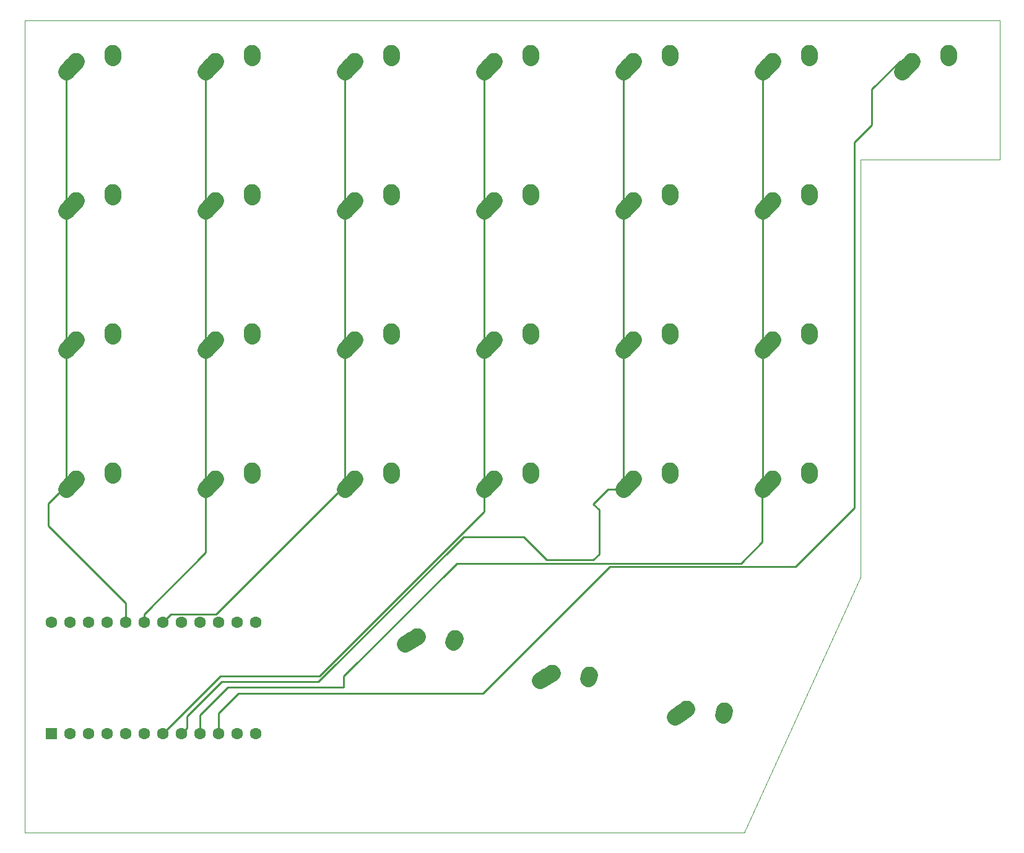
<source format=gbr>
G04 #@! TF.GenerationSoftware,KiCad,Pcbnew,(5.1.4)-1*
G04 #@! TF.CreationDate,2022-03-13T19:48:58-07:00*
G04 #@! TF.ProjectId,Dweebs-Macro-Mini,44776565-6273-42d4-9d61-63726f2d4d69,rev?*
G04 #@! TF.SameCoordinates,Original*
G04 #@! TF.FileFunction,Copper,L1,Top*
G04 #@! TF.FilePolarity,Positive*
%FSLAX46Y46*%
G04 Gerber Fmt 4.6, Leading zero omitted, Abs format (unit mm)*
G04 Created by KiCad (PCBNEW (5.1.4)-1) date 2022-03-13 19:48:58*
%MOMM*%
%LPD*%
G04 APERTURE LIST*
%ADD10C,0.050000*%
%ADD11C,2.250000*%
%ADD12C,2.250000*%
%ADD13C,1.600000*%
%ADD14R,1.600000X1.600000*%
%ADD15C,0.250000*%
G04 APERTURE END LIST*
D10*
X188118750Y-58737500D02*
X188118750Y-115887500D01*
X207168750Y-58737500D02*
X188118750Y-58737500D01*
X207168750Y-39687500D02*
X207168750Y-58737500D01*
X73818750Y-39687500D02*
X207168750Y-39687500D01*
X73818750Y-150812500D02*
X73818750Y-39687500D01*
X172243750Y-150812500D02*
X73818750Y-150812500D01*
X188118750Y-115887500D02*
X172243750Y-150812500D01*
D11*
X80843750Y-102362500D03*
X80188751Y-103092500D03*
D12*
X79533750Y-103822500D02*
X80843752Y-102362500D01*
D11*
X85883750Y-101282500D03*
X85863750Y-101572500D03*
D12*
X85843750Y-101862500D02*
X85883750Y-101282500D01*
D11*
X164355462Y-133919249D03*
X163533843Y-134454849D03*
D12*
X162712223Y-134990448D02*
X164355463Y-133919250D01*
D11*
X169503252Y-134180497D03*
X169408876Y-134455439D03*
D12*
X169314500Y-134730381D02*
X169503252Y-134180497D01*
D11*
X145940462Y-128966249D03*
X145118843Y-129501849D03*
D12*
X144297223Y-130037448D02*
X145940463Y-128966250D01*
D11*
X151088252Y-129227497D03*
X150993876Y-129502439D03*
D12*
X150899500Y-129777381D02*
X151088252Y-129227497D01*
D11*
X127510462Y-123959249D03*
X126688843Y-124494849D03*
D12*
X125867223Y-125030448D02*
X127510463Y-123959250D01*
D11*
X132658252Y-124220497D03*
X132563876Y-124495439D03*
D12*
X132469500Y-124770381D02*
X132658252Y-124220497D01*
D11*
X176093750Y-102362500D03*
X175438751Y-103092500D03*
D12*
X174783750Y-103822500D02*
X176093752Y-102362500D01*
D11*
X181133750Y-101282500D03*
X181113750Y-101572500D03*
D12*
X181093750Y-101862500D02*
X181133750Y-101282500D01*
D11*
X157043750Y-102362500D03*
X156388751Y-103092500D03*
D12*
X155733750Y-103822500D02*
X157043752Y-102362500D01*
D11*
X162083750Y-101282500D03*
X162063750Y-101572500D03*
D12*
X162043750Y-101862500D02*
X162083750Y-101282500D01*
D11*
X137993750Y-102362500D03*
X137338751Y-103092500D03*
D12*
X136683750Y-103822500D02*
X137993752Y-102362500D01*
D11*
X143033750Y-101282500D03*
X143013750Y-101572500D03*
D12*
X142993750Y-101862500D02*
X143033750Y-101282500D01*
D11*
X118943750Y-102362500D03*
X118288751Y-103092500D03*
D12*
X117633750Y-103822500D02*
X118943752Y-102362500D01*
D11*
X123983750Y-101282500D03*
X123963750Y-101572500D03*
D12*
X123943750Y-101862500D02*
X123983750Y-101282500D01*
D11*
X99893750Y-102362500D03*
X99238751Y-103092500D03*
D12*
X98583750Y-103822500D02*
X99893752Y-102362500D01*
D11*
X104933750Y-101282500D03*
X104913750Y-101572500D03*
D12*
X104893750Y-101862500D02*
X104933750Y-101282500D01*
D11*
X176093750Y-83312500D03*
X175438751Y-84042500D03*
D12*
X174783750Y-84772500D02*
X176093752Y-83312500D01*
D11*
X181133750Y-82232500D03*
X181113750Y-82522500D03*
D12*
X181093750Y-82812500D02*
X181133750Y-82232500D01*
D11*
X157043750Y-83312500D03*
X156388751Y-84042500D03*
D12*
X155733750Y-84772500D02*
X157043752Y-83312500D01*
D11*
X162083750Y-82232500D03*
X162063750Y-82522500D03*
D12*
X162043750Y-82812500D02*
X162083750Y-82232500D01*
D11*
X137993750Y-83312500D03*
X137338751Y-84042500D03*
D12*
X136683750Y-84772500D02*
X137993752Y-83312500D01*
D11*
X143033750Y-82232500D03*
X143013750Y-82522500D03*
D12*
X142993750Y-82812500D02*
X143033750Y-82232500D01*
D11*
X118943750Y-83312500D03*
X118288751Y-84042500D03*
D12*
X117633750Y-84772500D02*
X118943752Y-83312500D01*
D11*
X123983750Y-82232500D03*
X123963750Y-82522500D03*
D12*
X123943750Y-82812500D02*
X123983750Y-82232500D01*
D11*
X99893750Y-83312500D03*
X99238751Y-84042500D03*
D12*
X98583750Y-84772500D02*
X99893752Y-83312500D01*
D11*
X104933750Y-82232500D03*
X104913750Y-82522500D03*
D12*
X104893750Y-82812500D02*
X104933750Y-82232500D01*
D11*
X80843750Y-83312500D03*
X80188751Y-84042500D03*
D12*
X79533750Y-84772500D02*
X80843752Y-83312500D01*
D11*
X85883750Y-82232500D03*
X85863750Y-82522500D03*
D12*
X85843750Y-82812500D02*
X85883750Y-82232500D01*
D11*
X176093750Y-64262500D03*
X175438751Y-64992500D03*
D12*
X174783750Y-65722500D02*
X176093752Y-64262500D01*
D11*
X181133750Y-63182500D03*
X181113750Y-63472500D03*
D12*
X181093750Y-63762500D02*
X181133750Y-63182500D01*
D11*
X157043750Y-64262500D03*
X156388751Y-64992500D03*
D12*
X155733750Y-65722500D02*
X157043752Y-64262500D01*
D11*
X162083750Y-63182500D03*
X162063750Y-63472500D03*
D12*
X162043750Y-63762500D02*
X162083750Y-63182500D01*
D11*
X137993750Y-64262500D03*
X137338751Y-64992500D03*
D12*
X136683750Y-65722500D02*
X137993752Y-64262500D01*
D11*
X143033750Y-63182500D03*
X143013750Y-63472500D03*
D12*
X142993750Y-63762500D02*
X143033750Y-63182500D01*
D11*
X118943750Y-64262500D03*
X118288751Y-64992500D03*
D12*
X117633750Y-65722500D02*
X118943752Y-64262500D01*
D11*
X123983750Y-63182500D03*
X123963750Y-63472500D03*
D12*
X123943750Y-63762500D02*
X123983750Y-63182500D01*
D11*
X99893750Y-64262500D03*
X99238751Y-64992500D03*
D12*
X98583750Y-65722500D02*
X99893752Y-64262500D01*
D11*
X104933750Y-63182500D03*
X104913750Y-63472500D03*
D12*
X104893750Y-63762500D02*
X104933750Y-63182500D01*
D11*
X80843750Y-64262500D03*
X80188751Y-64992500D03*
D12*
X79533750Y-65722500D02*
X80843752Y-64262500D01*
D11*
X85883750Y-63182500D03*
X85863750Y-63472500D03*
D12*
X85843750Y-63762500D02*
X85883750Y-63182500D01*
D11*
X195143750Y-45212500D03*
X194488751Y-45942500D03*
D12*
X193833750Y-46672500D02*
X195143752Y-45212500D01*
D11*
X200183750Y-44132500D03*
X200163750Y-44422500D03*
D12*
X200143750Y-44712500D02*
X200183750Y-44132500D01*
D11*
X176093750Y-45212500D03*
X175438751Y-45942500D03*
D12*
X174783750Y-46672500D02*
X176093752Y-45212500D01*
D11*
X181133750Y-44132500D03*
X181113750Y-44422500D03*
D12*
X181093750Y-44712500D02*
X181133750Y-44132500D01*
D11*
X157043750Y-45212500D03*
X156388751Y-45942500D03*
D12*
X155733750Y-46672500D02*
X157043752Y-45212500D01*
D11*
X162083750Y-44132500D03*
X162063750Y-44422500D03*
D12*
X162043750Y-44712500D02*
X162083750Y-44132500D01*
D11*
X137993750Y-45212500D03*
X137338751Y-45942500D03*
D12*
X136683750Y-46672500D02*
X137993752Y-45212500D01*
D11*
X143033750Y-44132500D03*
X143013750Y-44422500D03*
D12*
X142993750Y-44712500D02*
X143033750Y-44132500D01*
D11*
X118943750Y-45212500D03*
X118288751Y-45942500D03*
D12*
X117633750Y-46672500D02*
X118943752Y-45212500D01*
D11*
X123983750Y-44132500D03*
X123963750Y-44422500D03*
D12*
X123943750Y-44712500D02*
X123983750Y-44132500D01*
D11*
X99893750Y-45212500D03*
X99238751Y-45942500D03*
D12*
X98583750Y-46672500D02*
X99893752Y-45212500D01*
D11*
X104933750Y-44132500D03*
X104913750Y-44422500D03*
D12*
X104893750Y-44712500D02*
X104933750Y-44132500D01*
D11*
X80843750Y-45212500D03*
X80188751Y-45942500D03*
D12*
X79533750Y-46672500D02*
X80843752Y-45212500D01*
D11*
X85883750Y-44132500D03*
X85863750Y-44422500D03*
D12*
X85843750Y-44712500D02*
X85883750Y-44132500D01*
D13*
X77470000Y-122047000D03*
X80010000Y-122047000D03*
X82550000Y-122047000D03*
X85090000Y-122047000D03*
X87630000Y-122047000D03*
X90170000Y-122047000D03*
X92710000Y-122047000D03*
X95250000Y-122047000D03*
X97790000Y-122047000D03*
X100330000Y-122047000D03*
X102870000Y-122047000D03*
X105410000Y-122047000D03*
X105410000Y-137287000D03*
X102870000Y-137287000D03*
X100330000Y-137287000D03*
X97790000Y-137287000D03*
X95250000Y-137287000D03*
X92710000Y-137287000D03*
X90170000Y-137287000D03*
X87630000Y-137287000D03*
X85090000Y-137287000D03*
X82550000Y-137287000D03*
X80010000Y-137287000D03*
D14*
X77470000Y-137287000D03*
D15*
X79533750Y-49718502D02*
X79533750Y-65722500D01*
X79533750Y-46672500D02*
X79533750Y-49718502D01*
X79533750Y-65722500D02*
X79533750Y-84772500D01*
X79533750Y-101052500D02*
X79533750Y-103822500D01*
X79533750Y-84772500D02*
X79533750Y-101052500D01*
X87630000Y-122047000D02*
X87630000Y-119380000D01*
X79027748Y-103822500D02*
X79533750Y-103822500D01*
X77063749Y-105786499D02*
X79027748Y-103822500D01*
X77063749Y-108813749D02*
X77063749Y-105786499D01*
X87630000Y-119380000D02*
X77063749Y-108813749D01*
X98583750Y-62952500D02*
X98583750Y-65722500D01*
X98583750Y-46672500D02*
X98583750Y-62952500D01*
X98583750Y-65722500D02*
X98583750Y-84772500D01*
X98583750Y-101052500D02*
X98583750Y-103822500D01*
X98583750Y-84772500D02*
X98583750Y-101052500D01*
X98583750Y-112501880D02*
X98583750Y-103822500D01*
X90170000Y-120915630D02*
X98583750Y-112501880D01*
X90170000Y-122047000D02*
X90170000Y-120915630D01*
X117633750Y-46672500D02*
X117633750Y-65722500D01*
X117633750Y-65722500D02*
X117633750Y-84772500D01*
X117633750Y-84772500D02*
X117633750Y-103822500D01*
X117127748Y-103822500D02*
X117633750Y-103822500D01*
X100028249Y-120921999D02*
X117127748Y-103822500D01*
X93835001Y-120921999D02*
X100028249Y-120921999D01*
X92710000Y-122047000D02*
X93835001Y-120921999D01*
X136683750Y-46672500D02*
X136683750Y-65722500D01*
X136683750Y-65722500D02*
X136683750Y-84772500D01*
X136683750Y-101052500D02*
X136683750Y-103822500D01*
X136683750Y-84772500D02*
X136683750Y-101052500D01*
X92710000Y-137287000D02*
X100615750Y-129381250D01*
X136683750Y-106868502D02*
X136683750Y-103822500D01*
X114171002Y-129381250D02*
X136683750Y-106868502D01*
X100615750Y-129381250D02*
X114171002Y-129381250D01*
X155733750Y-62952500D02*
X155733750Y-65722500D01*
X155733750Y-46672500D02*
X155733750Y-62952500D01*
X155733750Y-82002500D02*
X155733750Y-84772500D01*
X155733750Y-65722500D02*
X155733750Y-82002500D01*
X155733750Y-101052500D02*
X155733750Y-103822500D01*
X155733750Y-84772500D02*
X155733750Y-101052500D01*
X96049999Y-136487001D02*
X96049999Y-134931251D01*
X95250000Y-137287000D02*
X96049999Y-136487001D01*
X96049999Y-134931251D02*
X100806250Y-130175000D01*
X114013662Y-130175000D02*
X133857412Y-110331250D01*
X100806250Y-130175000D02*
X114013662Y-130175000D01*
X133857412Y-110331250D02*
X142081250Y-110331250D01*
X142081250Y-110331250D02*
X145256250Y-113506250D01*
X145256250Y-113506250D02*
X151606250Y-113506250D01*
X151606250Y-113506250D02*
X152400000Y-112712500D01*
X152400000Y-106650248D02*
X151606250Y-105856498D01*
X152400000Y-112712500D02*
X152400000Y-106650248D01*
X153640248Y-103822500D02*
X155733750Y-103822500D01*
X151606250Y-105856498D02*
X153640248Y-103822500D01*
X174783750Y-62952500D02*
X174783750Y-65722500D01*
X174783750Y-46672500D02*
X174783750Y-62952500D01*
X174783750Y-101052500D02*
X174783750Y-103822500D01*
X174783750Y-65722500D02*
X174783750Y-84772500D01*
X174783750Y-84772500D02*
X174783750Y-103822500D01*
X97790000Y-137287000D02*
X97790000Y-134778750D01*
X97790000Y-134778750D02*
X101600000Y-130968750D01*
X101600000Y-130968750D02*
X117475000Y-130968750D01*
X117475000Y-130968750D02*
X117475000Y-129381250D01*
X132899991Y-113956259D02*
X171793741Y-113956259D01*
X117475000Y-129381250D02*
X132899991Y-113956259D01*
X174713751Y-103892499D02*
X174783750Y-103822500D01*
X174713751Y-111036249D02*
X174713751Y-103892499D01*
X171793741Y-113956259D02*
X174713751Y-111036249D01*
X193552760Y-45212500D02*
X195143750Y-45212500D01*
X189706250Y-53975000D02*
X189706250Y-49059010D01*
X187325000Y-56356250D02*
X189706250Y-53975000D01*
X187325000Y-106362500D02*
X187325000Y-56356250D01*
X100330000Y-137287000D02*
X100330000Y-134461250D01*
X100330000Y-134461250D02*
X103028750Y-131762500D01*
X103028750Y-131762500D02*
X136525000Y-131762500D01*
X136525000Y-131762500D02*
X153881231Y-114406269D01*
X153881231Y-114406269D02*
X179281231Y-114406269D01*
X189706250Y-49059010D02*
X193552760Y-45212500D01*
X179281231Y-114406269D02*
X187325000Y-106362500D01*
M02*

</source>
